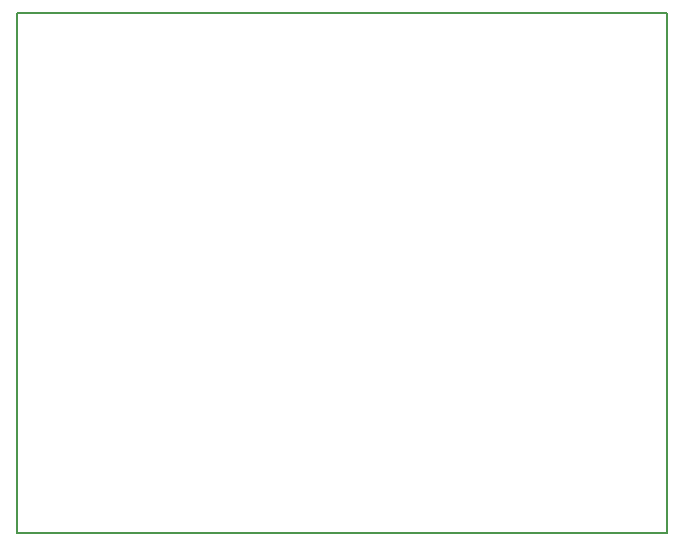
<source format=gm1>
G04 #@! TF.GenerationSoftware,KiCad,Pcbnew,5.1.4-e60b266~84~ubuntu18.04.1*
G04 #@! TF.CreationDate,2019-11-14T17:11:49-08:00*
G04 #@! TF.ProjectId,VehicleAccessoryControllerTestBoard,56656869-636c-4654-9163-636573736f72,0.0*
G04 #@! TF.SameCoordinates,PX7829b80PY4c4b400*
G04 #@! TF.FileFunction,Profile,NP*
%FSLAX46Y46*%
G04 Gerber Fmt 4.6, Leading zero omitted, Abs format (unit mm)*
G04 Created by KiCad (PCBNEW 5.1.4-e60b266~84~ubuntu18.04.1) date 2019-11-14 17:11:49*
%MOMM*%
%LPD*%
G04 APERTURE LIST*
%ADD10C,0.150000*%
G04 APERTURE END LIST*
D10*
X-2000000Y-42000000D02*
X-2000000Y2000000D01*
X53000000Y-42000000D02*
X-2000000Y-42000000D01*
X53000000Y2000000D02*
X53000000Y-42000000D01*
X-2000000Y2000000D02*
X53000000Y2000000D01*
M02*

</source>
